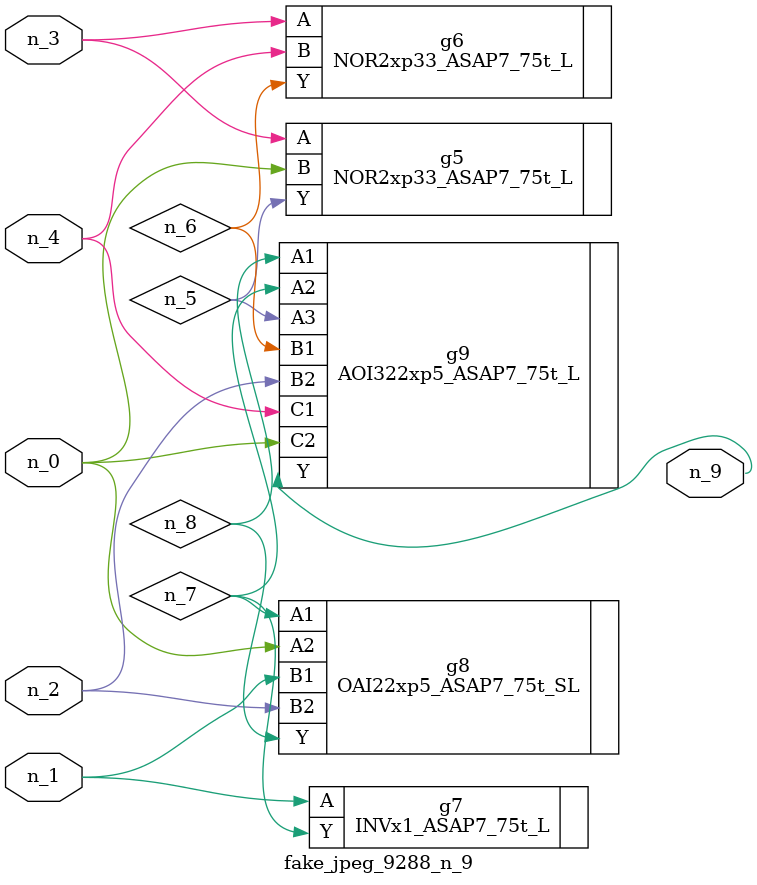
<source format=v>
module fake_jpeg_9288_n_9 (n_3, n_2, n_1, n_0, n_4, n_9);

input n_3;
input n_2;
input n_1;
input n_0;
input n_4;

output n_9;

wire n_8;
wire n_6;
wire n_5;
wire n_7;

NOR2xp33_ASAP7_75t_L g5 ( 
.A(n_3),
.B(n_0),
.Y(n_5)
);

NOR2xp33_ASAP7_75t_L g6 ( 
.A(n_3),
.B(n_4),
.Y(n_6)
);

INVx1_ASAP7_75t_L g7 ( 
.A(n_1),
.Y(n_7)
);

OAI22xp5_ASAP7_75t_SL g8 ( 
.A1(n_7),
.A2(n_0),
.B1(n_1),
.B2(n_2),
.Y(n_8)
);

AOI322xp5_ASAP7_75t_L g9 ( 
.A1(n_8),
.A2(n_7),
.A3(n_5),
.B1(n_6),
.B2(n_2),
.C1(n_4),
.C2(n_0),
.Y(n_9)
);


endmodule
</source>
